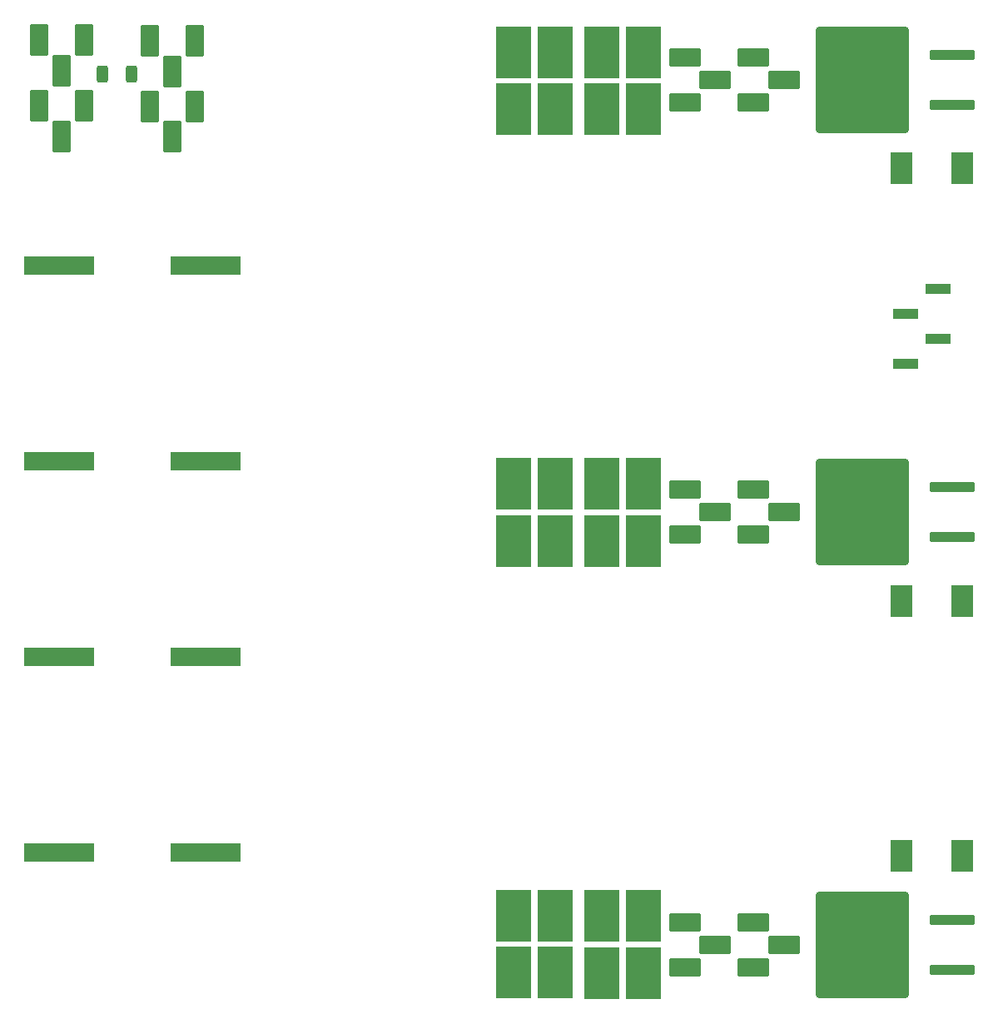
<source format=gts>
G04 #@! TF.GenerationSoftware,KiCad,Pcbnew,7.0.1*
G04 #@! TF.CreationDate,2023-12-15T21:30:21-08:00*
G04 #@! TF.ProjectId,High current LED switch with ballast,48696768-2063-4757-9272-656e74204c45,rev?*
G04 #@! TF.SameCoordinates,Original*
G04 #@! TF.FileFunction,Soldermask,Top*
G04 #@! TF.FilePolarity,Negative*
%FSLAX46Y46*%
G04 Gerber Fmt 4.6, Leading zero omitted, Abs format (unit mm)*
G04 Created by KiCad (PCBNEW 7.0.1) date 2023-12-15 21:30:21*
%MOMM*%
%LPD*%
G01*
G04 APERTURE LIST*
G04 Aperture macros list*
%AMRoundRect*
0 Rectangle with rounded corners*
0 $1 Rounding radius*
0 $2 $3 $4 $5 $6 $7 $8 $9 X,Y pos of 4 corners*
0 Add a 4 corners polygon primitive as box body*
4,1,4,$2,$3,$4,$5,$6,$7,$8,$9,$2,$3,0*
0 Add four circle primitives for the rounded corners*
1,1,$1+$1,$2,$3*
1,1,$1+$1,$4,$5*
1,1,$1+$1,$6,$7*
1,1,$1+$1,$8,$9*
0 Add four rect primitives between the rounded corners*
20,1,$1+$1,$2,$3,$4,$5,0*
20,1,$1+$1,$4,$5,$6,$7,0*
20,1,$1+$1,$6,$7,$8,$9,0*
20,1,$1+$1,$8,$9,$2,$3,0*%
G04 Aperture macros list end*
%ADD10R,3.630000X5.330000*%
%ADD11R,7.112000X1.905000*%
%ADD12RoundRect,0.102000X1.500000X-0.825000X1.500000X0.825000X-1.500000X0.825000X-1.500000X-0.825000X0*%
%ADD13RoundRect,0.102000X-0.825000X-1.500000X0.825000X-1.500000X0.825000X1.500000X-0.825000X1.500000X0*%
%ADD14RoundRect,0.250000X-0.312500X-0.625000X0.312500X-0.625000X0.312500X0.625000X-0.312500X0.625000X0*%
%ADD15R,2.184400X3.200400*%
%ADD16RoundRect,0.250000X2.050000X0.300000X-2.050000X0.300000X-2.050000X-0.300000X2.050000X-0.300000X0*%
%ADD17RoundRect,0.250002X4.449998X5.149998X-4.449998X5.149998X-4.449998X-5.149998X4.449998X-5.149998X0*%
%ADD18R,2.510000X1.000000*%
G04 APERTURE END LIST*
D10*
X10000000Y41000000D03*
X14240000Y41000000D03*
D11*
X-30315100Y25100000D03*
X-45224900Y25100000D03*
D10*
X10000000Y-2900000D03*
X14240000Y-2900000D03*
X10000000Y2900000D03*
X14240000Y2900000D03*
X1000000Y-41000000D03*
X5240000Y-41000000D03*
D12*
X18450000Y-2285000D03*
X21550000Y0D03*
X18450000Y2285000D03*
X25450000Y-2285000D03*
X28550000Y0D03*
X25450000Y2285000D03*
D13*
X-35930000Y47940000D03*
X-33645000Y44840000D03*
X-31360000Y47940000D03*
D11*
X-30315100Y-14700000D03*
X-45224900Y-14700000D03*
D12*
X25450000Y41715000D03*
X28550000Y44000000D03*
X25450000Y46285000D03*
D14*
X-40767500Y44590000D03*
X-37842500Y44590000D03*
D10*
X1000000Y41000000D03*
X5240000Y41000000D03*
D15*
X40455800Y-34970000D03*
X46704200Y-34970000D03*
D16*
X45650000Y41460000D03*
D17*
X36500000Y44000000D03*
D16*
X45650000Y46540000D03*
D11*
X-30315100Y5200000D03*
X-45224900Y5200000D03*
D10*
X1000000Y2900000D03*
X5240000Y2900000D03*
D12*
X25450000Y-46285000D03*
X28550000Y-44000000D03*
X25450000Y-41715000D03*
D13*
X-35930000Y41290000D03*
X-33645000Y38190000D03*
X-31360000Y41290000D03*
D12*
X18450000Y-46285000D03*
X21550000Y-44000000D03*
X18450000Y-41715000D03*
D11*
X-30315100Y-34600000D03*
X-45224900Y-34600000D03*
D13*
X-47230000Y41342800D03*
X-44945000Y38242800D03*
X-42660000Y41342800D03*
D15*
X40465800Y34980000D03*
X46714200Y34980000D03*
D10*
X10000000Y46800000D03*
X14240000Y46800000D03*
X10000000Y-41000000D03*
X14240000Y-41000000D03*
D18*
X44220000Y22740000D03*
X40910000Y20200000D03*
X44220000Y17660000D03*
X40910000Y15120000D03*
D10*
X1000000Y46800000D03*
X5240000Y46800000D03*
X1000000Y-46800000D03*
X5240000Y-46800000D03*
X1000000Y-2900000D03*
X5240000Y-2900000D03*
D13*
X-47230000Y47992800D03*
X-44945000Y44892800D03*
X-42660000Y47992800D03*
D10*
X10000000Y-46900000D03*
X14240000Y-46900000D03*
D12*
X18450000Y41715000D03*
X21550000Y44000000D03*
X18450000Y46285000D03*
D15*
X40455800Y-9020000D03*
X46704200Y-9020000D03*
D16*
X45650000Y-46540000D03*
D17*
X36500000Y-44000000D03*
D16*
X45650000Y-41460000D03*
X45650000Y-2540000D03*
D17*
X36500000Y0D03*
D16*
X45650000Y2540000D03*
M02*

</source>
